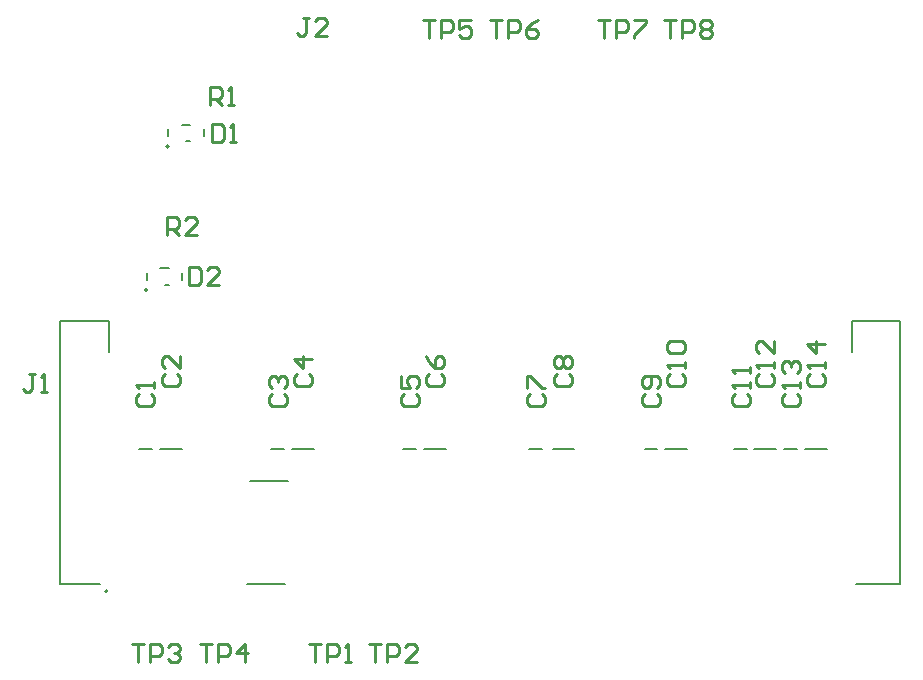
<source format=gto>
G04*
G04 #@! TF.GenerationSoftware,Altium Limited,Altium Designer,19.0.15 (446)*
G04*
G04 Layer_Color=65535*
%FSLAX43Y43*%
%MOMM*%
G71*
G01*
G75*
%ADD10C,0.200*%
%ADD11C,0.152*%
%ADD12C,0.127*%
%ADD13C,0.150*%
%ADD14C,0.254*%
D10*
X8464Y8305D02*
G03*
X8464Y8305I-100J0D01*
G01*
D11*
X13687Y45962D02*
G03*
X13687Y45962I-127J0D01*
G01*
X11851Y33787D02*
G03*
X11851Y33787I-127J0D01*
G01*
X13611Y46808D02*
Y47416D01*
X15140Y46414D02*
X15486D01*
X16609Y46808D02*
Y47416D01*
X14734Y47811D02*
X15486D01*
X11775Y34633D02*
Y35241D01*
X13304Y34239D02*
X13650D01*
X14773Y34633D02*
Y35241D01*
X12898Y35636D02*
X13650D01*
D12*
X20264Y8905D02*
X23464D01*
X20564Y17605D02*
X23764D01*
X71864Y8905D02*
X75564D01*
Y31205D01*
X71464D02*
X75564D01*
X4464Y8905D02*
X7864D01*
X4464D02*
Y31205D01*
X8564D01*
Y28525D02*
Y31205D01*
X71464Y28525D02*
Y31205D01*
D13*
X65769Y20332D02*
X66819D01*
X67528Y20312D02*
X69378D01*
X63239D02*
X65089D01*
X61539Y20332D02*
X62589D01*
X55647Y20312D02*
X57497D01*
X53958Y20332D02*
X55008D01*
X46139Y20312D02*
X47989D01*
X44179Y20332D02*
X45229D01*
X35270Y20312D02*
X37120D01*
X33511Y20332D02*
X34561D01*
X22335D02*
X23385D01*
X24101Y20312D02*
X25951D01*
X11148Y20332D02*
X12198D01*
X12898Y20312D02*
X14748D01*
D14*
X55570Y56642D02*
X56586D01*
X56078D01*
Y55118D01*
X57094D02*
Y56642D01*
X57855D01*
X58109Y56388D01*
Y55880D01*
X57855Y55626D01*
X57094D01*
X58617Y56388D02*
X58871Y56642D01*
X59379D01*
X59633Y56388D01*
Y56134D01*
X59379Y55880D01*
X59633Y55626D01*
Y55372D01*
X59379Y55118D01*
X58871D01*
X58617Y55372D01*
Y55626D01*
X58871Y55880D01*
X58617Y56134D01*
Y56388D01*
X58871Y55880D02*
X59379D01*
X49982Y56642D02*
X50998D01*
X50490D01*
Y55118D01*
X51506D02*
Y56642D01*
X52267D01*
X52521Y56388D01*
Y55880D01*
X52267Y55626D01*
X51506D01*
X53029Y56642D02*
X54045D01*
Y56388D01*
X53029Y55372D01*
Y55118D01*
X40820Y56642D02*
X41835D01*
X41327D01*
Y55118D01*
X42343D02*
Y56642D01*
X43105D01*
X43359Y56388D01*
Y55880D01*
X43105Y55626D01*
X42343D01*
X44882Y56642D02*
X44374Y56388D01*
X43867Y55880D01*
Y55372D01*
X44120Y55118D01*
X44628D01*
X44882Y55372D01*
Y55626D01*
X44628Y55880D01*
X43867D01*
X35179Y56642D02*
X36195D01*
X35687D01*
Y55118D01*
X36703D02*
Y56642D01*
X37464D01*
X37718Y56388D01*
Y55880D01*
X37464Y55626D01*
X36703D01*
X39242Y56642D02*
X38226D01*
Y55880D01*
X38734Y56134D01*
X38988D01*
X39242Y55880D01*
Y55372D01*
X38988Y55118D01*
X38480D01*
X38226Y55372D01*
X16256Y3810D02*
X17272D01*
X16764D01*
Y2286D01*
X17780D02*
Y3810D01*
X18541D01*
X18795Y3556D01*
Y3048D01*
X18541Y2794D01*
X17780D01*
X20065Y2286D02*
Y3810D01*
X19303Y3048D01*
X20319D01*
X10541Y3810D02*
X11557D01*
X11049D01*
Y2286D01*
X12065D02*
Y3810D01*
X12826D01*
X13080Y3556D01*
Y3048D01*
X12826Y2794D01*
X12065D01*
X13588Y3556D02*
X13842Y3810D01*
X14350D01*
X14604Y3556D01*
Y3302D01*
X14350Y3048D01*
X14096D01*
X14350D01*
X14604Y2794D01*
Y2540D01*
X14350Y2286D01*
X13842D01*
X13588Y2540D01*
X30637Y3810D02*
X31653D01*
X31145D01*
Y2286D01*
X32161D02*
Y3810D01*
X32922D01*
X33176Y3556D01*
Y3048D01*
X32922Y2794D01*
X32161D01*
X34700Y2286D02*
X33684D01*
X34700Y3302D01*
Y3556D01*
X34446Y3810D01*
X33938D01*
X33684Y3556D01*
X25557Y3810D02*
X26573D01*
X26065D01*
Y2286D01*
X27081D02*
Y3810D01*
X27842D01*
X28096Y3556D01*
Y3048D01*
X27842Y2794D01*
X27081D01*
X28604Y2286D02*
X29112D01*
X28858D01*
Y3810D01*
X28604Y3556D01*
X17100Y49501D02*
Y51025D01*
X17862D01*
X18116Y50771D01*
Y50263D01*
X17862Y50009D01*
X17100D01*
X17608D02*
X18116Y49501D01*
X18624D02*
X19131D01*
X18877D01*
Y51025D01*
X18624Y50771D01*
X13464Y38491D02*
Y40015D01*
X14226D01*
X14480Y39761D01*
Y39253D01*
X14226Y38999D01*
X13464D01*
X13972D02*
X14480Y38491D01*
X16003D02*
X14988D01*
X16003Y39507D01*
Y39761D01*
X15749Y40015D01*
X15241D01*
X14988Y39761D01*
X25479Y56867D02*
X24971D01*
X25225D01*
Y55597D01*
X24971Y55343D01*
X24717D01*
X24463Y55597D01*
X27002Y55343D02*
X25987D01*
X27002Y56359D01*
Y56613D01*
X26748Y56867D01*
X26241D01*
X25987Y56613D01*
X2362Y26670D02*
X1854D01*
X2108D01*
Y25400D01*
X1854Y25146D01*
X1600D01*
X1346Y25400D01*
X2870Y25146D02*
X3377D01*
X3124D01*
Y26670D01*
X2870Y26416D01*
X15367Y35762D02*
Y34239D01*
X16129D01*
X16383Y34493D01*
Y35508D01*
X16129Y35762D01*
X15367D01*
X17906Y34239D02*
X16891D01*
X17906Y35254D01*
Y35508D01*
X17652Y35762D01*
X17144D01*
X16891Y35508D01*
X17272Y47850D02*
Y46326D01*
X18034D01*
X18288Y46580D01*
Y47596D01*
X18034Y47850D01*
X17272D01*
X18796Y46326D02*
X19303D01*
X19049D01*
Y47850D01*
X18796Y47596D01*
X13310Y26716D02*
X13056Y26462D01*
Y25954D01*
X13310Y25700D01*
X14326D01*
X14580Y25954D01*
Y26462D01*
X14326Y26716D01*
X14580Y28239D02*
Y27224D01*
X13564Y28239D01*
X13310D01*
X13056Y27985D01*
Y27477D01*
X13310Y27224D01*
X11155Y25016D02*
X10901Y24762D01*
Y24254D01*
X11155Y24000D01*
X12171D01*
X12425Y24254D01*
Y24762D01*
X12171Y25016D01*
X12425Y25524D02*
Y26031D01*
Y25777D01*
X10901D01*
X11155Y25524D01*
X67945Y26716D02*
X67691Y26462D01*
Y25954D01*
X67945Y25700D01*
X68961D01*
X69215Y25954D01*
Y26462D01*
X68961Y26716D01*
X69215Y27224D02*
Y27731D01*
Y27477D01*
X67691D01*
X67945Y27224D01*
X69215Y29255D02*
X67691D01*
X68453Y28493D01*
Y29509D01*
X65786Y25016D02*
X65532Y24762D01*
Y24254D01*
X65786Y24000D01*
X66802D01*
X67056Y24254D01*
Y24762D01*
X66802Y25016D01*
X67056Y25524D02*
Y26031D01*
Y25777D01*
X65532D01*
X65786Y25524D01*
Y26793D02*
X65532Y27047D01*
Y27555D01*
X65786Y27809D01*
X66040D01*
X66294Y27555D01*
Y27301D01*
Y27555D01*
X66548Y27809D01*
X66802D01*
X67056Y27555D01*
Y27047D01*
X66802Y26793D01*
X63650Y26716D02*
X63396Y26462D01*
Y25954D01*
X63650Y25700D01*
X64666D01*
X64920Y25954D01*
Y26462D01*
X64666Y26716D01*
X64920Y27224D02*
Y27731D01*
Y27477D01*
X63396D01*
X63650Y27224D01*
X64920Y29509D02*
Y28493D01*
X63904Y29509D01*
X63650D01*
X63396Y29255D01*
Y28747D01*
X63650Y28493D01*
X61555Y25016D02*
X61301Y24762D01*
Y24254D01*
X61555Y24000D01*
X62571D01*
X62825Y24254D01*
Y24762D01*
X62571Y25016D01*
X62825Y25524D02*
Y26031D01*
Y25777D01*
X61301D01*
X61555Y25524D01*
X62825Y26793D02*
Y27301D01*
Y27047D01*
X61301D01*
X61555Y26793D01*
X56060Y26716D02*
X55806Y26462D01*
Y25954D01*
X56060Y25700D01*
X57076D01*
X57330Y25954D01*
Y26462D01*
X57076Y26716D01*
X57330Y27224D02*
Y27731D01*
Y27477D01*
X55806D01*
X56060Y27224D01*
Y28493D02*
X55806Y28747D01*
Y29255D01*
X56060Y29509D01*
X57076D01*
X57330Y29255D01*
Y28747D01*
X57076Y28493D01*
X56060D01*
X53975Y25016D02*
X53721Y24762D01*
Y24254D01*
X53975Y24000D01*
X54991D01*
X55245Y24254D01*
Y24762D01*
X54991Y25016D01*
Y25524D02*
X55245Y25777D01*
Y26285D01*
X54991Y26539D01*
X53975D01*
X53721Y26285D01*
Y25777D01*
X53975Y25524D01*
X54229D01*
X54483Y25777D01*
Y26539D01*
X46550Y26716D02*
X46296Y26462D01*
Y25954D01*
X46550Y25700D01*
X47566D01*
X47820Y25954D01*
Y26462D01*
X47566Y26716D01*
X46550Y27224D02*
X46296Y27477D01*
Y27985D01*
X46550Y28239D01*
X46804D01*
X47058Y27985D01*
X47312Y28239D01*
X47566D01*
X47820Y27985D01*
Y27477D01*
X47566Y27224D01*
X47312D01*
X47058Y27477D01*
X46804Y27224D01*
X46550D01*
X47058Y27477D02*
Y27985D01*
X44196Y25016D02*
X43943Y24762D01*
Y24254D01*
X44196Y24000D01*
X45212D01*
X45466Y24254D01*
Y24762D01*
X45212Y25016D01*
X43943Y25524D02*
Y26539D01*
X44196D01*
X45212Y25524D01*
X45466D01*
X35687Y26716D02*
X35433Y26462D01*
Y25954D01*
X35687Y25700D01*
X36703D01*
X36957Y25954D01*
Y26462D01*
X36703Y26716D01*
X35433Y28239D02*
X35687Y27731D01*
X36195Y27224D01*
X36703D01*
X36957Y27477D01*
Y27985D01*
X36703Y28239D01*
X36449D01*
X36195Y27985D01*
Y27224D01*
X33528Y25016D02*
X33274Y24762D01*
Y24254D01*
X33528Y24000D01*
X34544D01*
X34798Y24254D01*
Y24762D01*
X34544Y25016D01*
X33274Y26539D02*
Y25524D01*
X34036D01*
X33782Y26031D01*
Y26285D01*
X34036Y26539D01*
X34544D01*
X34798Y26285D01*
Y25777D01*
X34544Y25524D01*
X24511Y26716D02*
X24257Y26462D01*
Y25954D01*
X24511Y25700D01*
X25527D01*
X25781Y25954D01*
Y26462D01*
X25527Y26716D01*
X25781Y27985D02*
X24257D01*
X25019Y27224D01*
Y28239D01*
X22352Y25016D02*
X22098Y24762D01*
Y24254D01*
X22352Y24000D01*
X23368D01*
X23622Y24254D01*
Y24762D01*
X23368Y25016D01*
X22352Y25524D02*
X22098Y25777D01*
Y26285D01*
X22352Y26539D01*
X22606D01*
X22860Y26285D01*
Y26031D01*
Y26285D01*
X23114Y26539D01*
X23368D01*
X23622Y26285D01*
Y25777D01*
X23368Y25524D01*
M02*

</source>
